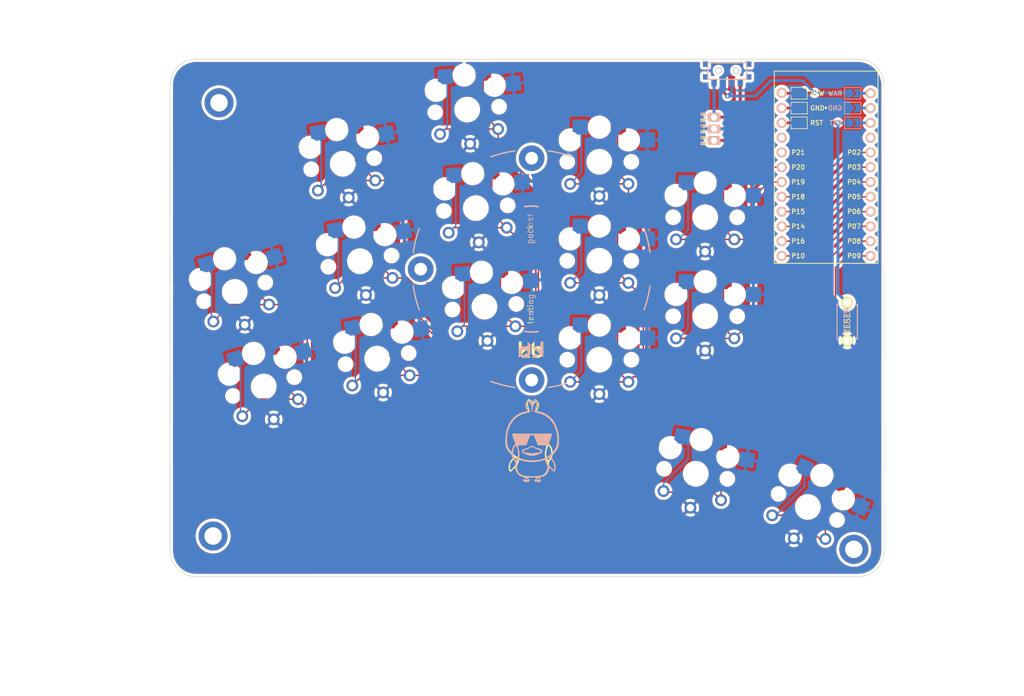
<source format=kicad_pcb>
(kicad_pcb (version 20211014) (generator pcbnew)
  (title_block (title "board") (rev "v1.0.0") (company "Unknown"))
  (layers (0 "F.Cu" signal) (31 "B.Cu" signal) (34 "B.Paste" user) (35 "F.Paste" user) (36 "B.SilkS" user "B.Silkscreen") (37 "F.SilkS" user "F.Silkscreen") (38 "B.Mask" user) (39 "F.Mask" user) (44 "Edge.Cuts" user))
  (net 0 "")
  (net 1 "P6")
  (net 2 "GND")
  (net 3 "P5")
  (net 4 "P4")
  (net 5 "P3")
  (net 6 "P2")
  (net 7 "P18")
  (net 8 "P15")
  (net 9 "P14")
  (net 10 "P16")
  (net 11 "P10")
  (net 12 "P19")
  (net 13 "P20")
  (net 14 "P21")
  (net 15 "P7")
  (net 16 "P8")
  (net 17 "P9")
  (net 18 "RAW")
  (net 19 "RST")
  (net 20 "Braw")
  (footprint "kbd:ResetSW" (layer "F.Cu") (at 157.969791 -77.623254 90)
    (fp_text reference "B1" hide)
    (fp_text value "")
  )
  (footprint "Alaa:choc_hotswap_key" (layer "F.Cu") (at 71.38711 -104.745067 10)
    (fp_text reference "S11" hide)
    (fp_text value "" hide)
  )
  (footprint "Alaa:choc_hotswap_key" (layer "F.Cu") (at 94.221643 -97.114167 5)
    (fp_text reference "S15" hide)
    (fp_text value "" hide)
  )
  (footprint "Alaa:choc_hotswap_key" (layer "F.Cu") (at 115.424791 -88.077254)
    (fp_text reference "S21" hide)
    (fp_text value "" hide)
  )
  (footprint "E73:SPDT_C128955" (layer "F.Cu") (at 137.368406 -120.751838)
    (fp_text reference "T1" hide)
    (fp_text value "" hide)
  )
  (footprint "E73:SPDT_C128955" (layer "F.Cu") (at 137.368406 -120.751838)
    (fp_text reference "T2" hide)
    (fp_text value "" hide)
  )
  (footprint "Alaa:choc_hotswap_key" (layer "F.Cu") (at 133.599495 -95.544491)
    (fp_text reference "S29" hide)
    (fp_text value "" hide)
  )
  (footprint "" (layer "F.Cu") (at 50.146791 -115.215254)
    (fp_text reference "")
    (fp_text value "")
  )
  (footprint "LOGO" (layer "F.Cu") (at 103.819755 -55.859733)
    (fp_text reference "G***" hide)
    (fp_text value "LOGO" hide)
  )
  (footprint "Alaa:choc_hotswap_key" (layer "F.Cu") (at 151.214001 -45.787044 -24)
    (fp_text reference "S33" hide)
    (fp_text value "" hide)
  )
  (footprint "Alaa:choc_hotswap_key" (layer "F.Cu") (at 77.291148 -71.261603 10)
    (fp_text reference "S7" hide)
    (fp_text value "" hide)
  )
  (footprint "lib:bat" (layer "F.Cu") (at 135.109791 -110.738254 -90)
    (fp_text reference "PAD1" hide)
    (fp_text value "" hide)
  )
  (footprint "Alaa:choc_hotswap_key" (layer "F.Cu") (at 52.842259 -82.729963 17)
    (fp_text reference "S5" hide)
    (fp_text value "" hide)
  )
  (footprint "Alaa:choc_hotswap_key" (layer "F.Cu") (at 133.599495 -78.544491)
    (fp_text reference "S27" hide)
    (fp_text value "" hide)
  )
  (footprint "Alaa:choc_hotswap_key" (layer "F.Cu") (at 74.339129 -88.003335 10)
    (fp_text reference "S9" hide)
    (fp_text value "" hide)
  )
  (footprint "Alaa:choc_hotswap_key" (layer "F.Cu") (at 95.703291 -80.178857 5)
    (fp_text reference "S13" hide)
    (fp_text value "" hide)
  )
  (footprint "Alaa:choc_hotswap_key" (layer "F.Cu") (at 92.739996 -114.049477 5)
    (fp_text reference "S17" hide)
    (fp_text value "" hide)
  )
  (footprint "" (layer "F.Cu") (at 49.130791 -40.793254)
    (fp_text reference "")
    (fp_text value "")
  )
  (footprint "Alaa:choc_hotswap_key" (layer "F.Cu") (at 131.975328 -51.485799 -9)
    (fp_text reference "S31" hide)
    (fp_text value "" hide)
  )
  (footprint "ProMicro" (layer "F.Cu") (at 154.357213 -102.872348 -90)
    (fp_text reference "MCU1" hide)
    (fp_text value "" hide)
  )
  (footprint "Alaa:choc_hotswap_key" (layer "F.Cu") (at 57.812578 -66.472782 17)
    (fp_text reference "S3" hide)
    (fp_text value "" hide)
  )
  (footprint "" (layer "F.Cu") (at 159.112791 -38.507254)
    (fp_text reference "")
    (fp_text value "")
  )
  (footprint "Alaa:Tenting_Puck_3_Holes" (layer "F.Cu") (at 103.810924 -86.640254)
    (fp_text reference "REF**")
    (fp_text value "Tenting Puck")
  )
  (footprint "Alaa:choc_hotswap_key" (layer "F.Cu") (at 115.424791 -105.077254)
    (fp_text reference "S23" hide)
    (fp_text value "" hide)
  )
  (footprint "Alaa:choc_hotswap_key" (layer "F.Cu") (at 115.424791 -71.077254)
    (fp_text reference "S19" hide)
    (fp_text value "" hide)
  )
  (footprint "LOGO" (layer "B.Cu") (at 103.98 -55.88 180)
    (fp_text reference "G***" hide)
    (fp_text value "LOGO" hide)
  )
  (gr_line (start 164.316185 -38.254903) (end 164.319791 -118.263254) (layer "Edge.Cuts") (width 0.05))
  (gr_arc (start 46.209791 -33.808254) (mid 43.066701 -35.110164) (end 41.764791 -38.253254) (layer "Edge.Cuts") (width 0.00))
  (gr_arc (start 159.874791 -122.708254) (mid 163.017881 -121.406344) (end 164.319791 -118.263254) (layer "Edge.Cuts") (width 0.00))
  (gr_line (start 46.209791 -33.808254) (end 159.871185 -33.809903) (layer "Edge.Cuts") (width 0.00))
  (gr_line (start 41.761149 -118.266118) (end 41.764791 -38.253254) (layer "Edge.Cuts") (width 0.00))
  (gr_line (start 159.874791 -122.708254) (end 46.206149 -122.711118) (layer "Edge.Cuts") (width 0.00))
  (gr_arc (start 41.761149 -118.266118) (mid 43.063059 -121.409208) (end 46.206149 -122.711118) (layer "Edge.Cuts") (width 0.00))
  (gr_arc (start 164.316185 -38.254903) (mid 163.014275 -35.111813) (end 159.871185 -33.809903) (layer "Edge.Cuts") (width 0.00))
  (segment (start 154.628374 -72.346105) (end 154.048157 -71.765888) (width 0.25) (layer "F.Cu") (net 1))
  (segment (start 65.297412 -69.322588) (end 65.297412 -78.74) (width 0.25) (layer "F.Cu") (net 1))
  (segment (start 119.874808 -60.292774) (end 109.514989 -60.292774) (width 0.25) (layer "F.Cu") (net 1))
  (segment (start 58.734795 -80.557863) (end 52.095465 -80.557863) (width 0.25) (layer "F.Cu") (net 1))
  (segment (start 106.339988 -63.467774) (end 101.640989 -63.467774) (width 0.25) (layer "F.Cu") (net 1))
  (segment (start 89.562066 -72.037521) (end 81.024544 -63.5) (width 0.25) (layer "F.Cu") (net 1))
  (segment (start 54.234545 -89.377494) (end 54.234545 -85.058113) (width 0.25) (layer "F.Cu") (net 1))
  (segment (start 52.095465 -80.557863) (end 49.171748 -77.634146) (width 0.25) (layer "F.Cu") (net 1))
  (segment (start 65.297412 -78.74) (end 63.479549 -80.557863) (width 0.25) (layer "F.Cu") (net 1))
  (segment (start 54.234545 -85.058113) (end 58.734795 -80.557863) (width 0.25) (layer "F.Cu") (net 1))
  (segment (start 157.969791 -96.522348) (end 154.628374 -93.180931) (width 0.25) (layer "F.Cu") (net 1))
  (segment (start 109.514989 -60.292774) (end 106.339988 -63.467774) (width 0.25) (layer "F.Cu") (net 1))
  (segment (start 124.592825 -65.010791) (end 119.874808 -60.292774) (width 0.25) (layer "F.Cu") (net 1))
  (segment (start 71.12 -63.5) (end 65.297412 -69.322588) (width 0.25) (layer "F.Cu") (net 1))
  (segment (start 154.628374 -93.180931) (end 154.628374 -72.346105) (width 0.25) (layer "F.Cu") (net 1))
  (segment (start 147.293059 -65.010791) (end 124.592825 -65.010791) (width 0.25) (layer "F.Cu") (net 1))
  (segment (start 154.628374 -72.346106) (end 154.048157 -71.765888) (width 0.25) (layer "F.Cu") (net 1))
  (segment (start 154.048157 -71.765888) (end 147.293059 -65.010791) (width 0.25) (layer "F.Cu") (net 1))
  (segment (start 81.024544 -63.5) (end 71.12 -63.5) (width 0.25) (layer "F.Cu") (net 1))
  (segment (start 63.479549 -80.557863) (end 58.734795 -80.557863) (width 0.25) (layer "F.Cu") (net 1))
  (segment (start 161.977213 -96.522348) (end 157.969791 -96.522348) (width 0.25) (layer "F.Cu") (net 1))
  (segment (start 101.640989 -63.467774) (end 93.071241 -72.037521) (width 0.25) (layer "F.Cu") (net 1))
  (segment (start 93.071241 -72.037521) (end 89.562066 -72.037521) (width 0.25) (layer "F.Cu") (net 1))
  (segment (start 47.655954 -88.184596) (end 48.856953 -86.983597) (width 0.25) (layer "B.Cu") (net 1))
  (segment (start 48.856953 -86.983597) (end 48.856953 -78.356283) (width 0.25) (layer "B.Cu") (net 1))
  (segment (start 154.256703 -114.302348) (end 150.44369 -114.302348) (width 0.5) (layer "F.Cu") (net 2))
  (segment (start 154.304587 -114.350232) (end 154.256703 -114.302348) (width 0.5) (layer "F.Cu") (net 2))
  (via (at 154.304587 -114.350232) (size 0.8) (drill 0.4) (layers "F.Cu" "B.Cu") (net 2))
  (segment (start 154.329345 -114.325474) (end 154.352471 -114.302348) (width 0.5) (layer "B.Cu") (net 2))
  (segment (start 154.352471 -114.302348) (end 158.19369 -114.302348) (width 0.5) (layer "B.Cu") (net 2))
  (segment (start 85.2764 -68.387574) (end 89.375869 -72.487041) (width 0.25) (layer "F.Cu") (net 3))
  (segment (start 109.701187 -60.742294) (end 119.688611 -60.742294) (width 0.25) (layer "F.Cu") (net 3))
  (segment (start 157.969791 -99.062348) (end 154.159791 -95.252348) (width 0.25) (layer "F.Cu") (net 3))
  (segment (start 154.178854 -72.532303) (end 154.178854 -79.509191) (width 0.25) (layer "F.Cu") (net 3))
  (segment (start 101.827187 -63.917294) (end 106.526186 -63.917294) (width 0.25) (layer "F.Cu") (net 3))
  (segment (start 93.25744 -72.487041) (end 101.827187 -63.917294) (width 0.25) (layer "F.Cu") (net 3))
  (segment (start 124.406628 -65.460311) (end 147.106862 -65.460311) (width 0.25) (layer "F.Cu") (net 3))
  (segment (start 79.483187 -71.779437) (end 82.87505 -68.387574) (width 0.25) (layer "F.Cu") (net 3))
  (segment (start 119.688611 -60.742294) (end 124.406628 -65.460311) (width 0.25) (layer "F.Cu") (net 3))
  (segment (start 82.87505 -68.387574) (end 74.763453 -68.387574) (width 0.25) (layer "F.Cu") (net 3))
  (segment (start 154.159791 -79.528254) (end 154.178854 -79.509191) (width 0.25) (layer "F.Cu") (net 3))
  (segment (start 147.106862 -65.460311) (end 154.178854 -72.532303) (width 0.25) (layer "F.Cu") (net 3))
  (segment (start 79.483187 -77.689907) (end 79.483187 -71.779437) (width 0.25) (layer "F.Cu") (net 3))
  (segment (start 74.763453 -68.387574) (end 73.026972 -66.651093) (width 0.25) (layer "F.Cu") (net 3))
  (segment (start 154.159791 -95.252348) (end 154.159791 -79.528254) (width 0.25) (layer "F.Cu") (net 3))
  (segment (start 106.526186 -63.917294) (end 109.701187 -60.742294) (width 0.25) (layer "F.Cu") (net 3))
  (segment (start 82.87505 -68.387574) (end 85.2764 -68.387574) (width 0.25) (layer "F.Cu") (net 3))
  (segment (start 161.977213 -99.062348) (end 157.969791 -99.062348) (width 0.25) (layer "F.Cu") (net 3))
  (segment (start 89.375869 -72.487041) (end 93.25744 -72.487041) (width 0.25) (layer "F.Cu") (net 3))
  (segment (start 73.59045 -67.214571) (end 73.026972 -66.651093) (width 0.25) (layer "B.Cu") (net 3))
  (segment (start 73.032696 -76.552511) (end 73.59045 -75.994757) (width 0.25) (layer "B.Cu") (net 3))
  (segment (start 73.59045 -75.994757) (end 73.59045 -67.214571) (width 0.25) (layer "B.Cu") (net 3))
  (segment (start 89.382986 -72.936561) (end 84.38648 -77.933067) (width 0.25) (layer "F.Cu") (net 4))
  (segment (start 76.531168 -88.521169) (end 79.923031 -85.129306) (width 0.25) (layer "F.Cu") (net 4))
  (segment (start 84.38648 -82.617802) (end 81.874976 -85.129306) (width 0.25) (layer "F.Cu") (net 4))
  (segment (start 81.874976 -85.129306) (end 79.923031 -85.129306) (width 0.25) (layer "F.Cu") (net 4))
  (segment (start 76.531168 -94.431639) (end 76.531168 -88.521169) (width 0.25) (layer "F.Cu") (net 4))
  (segment (start 109.887385 -61.191814) (end 106.712384 -64.366814) (width 0.25) (layer "F.Cu") (net 4))
  (segment (start 79.923031 -85.129306) (end 71.811434 -85.129306) (width 0.25) (layer "F.Cu") (net 4))
  (segment (start 106.712384 -64.366814) (end 102.013385 -64.366814) (width 0.25) (layer "F.Cu") (net 4))
  (segment (start 124.220427 -65.909831) (end 119.50241 -61.191814) (width 0.25) (layer "F.Cu") (net 4))
  (segment (start 102.013385 -64.366814) (end 93.443638 -72.936561) (width 0.25) (layer "F.Cu") (net 4))
  (segment (start 119.50241 -61.191814) (end 109.887385 -61.191814) (width 0.25) (layer "F.Cu") (net 4))
  (segment (start 161.977213 -101.602348) (end 157.969791 -101.602348) (width 0.25) (layer "F.Cu") (net 4))
  (segment (start 93.443638 -72.936561) (end 89.382986 -72.936561) (width 0.25) (layer "F.Cu") (net 4))
  (segment (start 146.920664 -65.909831) (end 124.220427 -65.909831) (width 0.25) (layer "F.Cu") (net 4))
  (segment (start 71.811434 -85.129306) (end 70.074953 -83.392825) (width 0.25) (layer "F.Cu") (net 4))
  (segment (start 84.38648 -77.933067) (end 84.38648 -82.617802) (width 0.25) (layer "F.Cu") (net 4))
  (segment (start 157.969791 -101.602348) (end 153.698572 -97.331129) (width 0.25) (layer "F.Cu") (net 4))
  (segment (start 153.698572 -97.331129) (end 153.698572 -72.687741) (width 0.25) (layer "F.Cu") (net 4))
  (segment (start 153.698572 -72.687741) (end 146.920664 -65.909831) (width 0.25) (layer "F.Cu") (net 4))
  (segment (start 70.638431 -83.956303) (end 70.074953 -83.392825) (width 0.25) (layer "B.Cu") (net 4))
  (segment (start 70.638431 -92.736489) (end 70.638431 -83.956303) (width 0.25) (layer "B.Cu") (net 4))
  (segment (start 70.080677 -93.294243) (end 70.638431 -92.736489) (width 0.25) (layer "B.Cu") (net 4))
  (segment (start 68.859415 -101.871038) (end 67.122934 -100.134557) (width 0.25) (layer "F.Cu") (net 5))
  (segment (start 161.977213 -104.142348) (end 157.969791 -104.142348) (width 0.25) (layer "F.Cu") (net 5))
  (segment (start 157.969791 -104.142348) (end 153.249052 -99.421609) (width 0.25) (layer "F.Cu") (net 5))
  (segment (start 153.249052 -72.873939) (end 151.57058 -71.195465) (width 0.25) (layer "F.Cu") (net 5))
  (segment (start 110.073583 -61.641334) (end 119.316213 -61.641334) (width 0.25) (layer "F.Cu") (net 5))
  (segment (start 73.579149 -111.173371) (end 73.579149 -105.262901) (width 0.25) (layer "F.Cu") (net 5))
  (segment (start 89.569184 -73.386081) (end 93.629836 -73.386081) (width 0.25) (layer "F.Cu") (net 5))
  (segment (start 119.316213 -61.641334) (end 124.03423 -66.359351) (width 0.25) (layer "F.Cu") (net 5))
  (segment (start 124.03423 -66.359351) (end 146.734466 -66.359351) (width 0.25) (layer "F.Cu") (net 5))
  (segment (start 84.836 -82.804) (end 84.836 -78.119265) (width 0.25) (layer "F.Cu") (net 5))
  (segment (start 146.734466 -66.359351) (end 151.57058 -71.195465) (width 0.25) (layer "F.Cu") (net 5))
  (segment (start 151.57058 -71.195465) (end 153.249052 -72.873938) (width 0.25) (layer "F.Cu") (net 5))
  (segment (start 76.971012 -101.871038) (end 68.859415 -101.871038) (width 0.25) (layer "F.Cu") (net 5))
  (segment (start 81.858703 -85.781297) (end 84.836 -82.804) (width 0.25) (layer "F.Cu") (net 5))
  (segment (start 81.858703 -99.573497) (end 81.858703 -85.781297) (width 0.25) (layer "F.Cu") (net 5))
  (segment (start 84.836 -78.119265) (end 89.569184 -73.386081) (width 0.25) (layer "F.Cu") (net 5))
  (segment (start 76.971012 -101.871038) (end 79.561162 -101.871038) (width 0.25) (layer "F.Cu") (net 5))
  (segment (start 93.629836 -73.386081) (end 102.199583 -64.816334) (width 0.25) (layer "F.Cu") (net 5))
  (segment (start 73.579149 -105.262901) (end 76.971012 -101.871038) (width 0.25) (layer "F.Cu") (net 5))
  (segment (start 102.199583 -64.816334) (end 106.898581 -64.816334) (width 0.25) (layer "F.Cu") (net 5))
  (segment (start 106.898581 -64.816334) (end 110.073583 -61.641334) (width 0.25) (layer "F.Cu") (net 5))
  (segment (start 79.561162 -101.871038) (end 81.858703 -99.573497) (width 0.25) (layer "F.Cu") (net 5))
  (segment (start 153.249052 -99.421609) (end 153.249052 -72.873939) (width 0.25) (layer "F.Cu") (net 5))
  (segment (start 67.686412 -100.698035) (end 67.122934 -100.134557) (width 0.25) (layer "B.Cu") (net 5))
  (segment (start 67.128658 -110.035975) (end 67.686412 -109.478221) (width 0.25) (layer "B.Cu") (net 5))
  (segment (start 67.686412 -109.478221) (end 67.686412 -100.698035) (width 0.25) (layer "B.Cu") (net 5))
  (segment (start 104.07916 -75.594064) (end 102.844128 -76.829096) (width 0.25) (layer "F.Cu") (net 6))
  (segment (start 91.925067 -76.829096) (end 91.053509 -75.957538) (width 0.25) (layer "F.Cu") (net 6))
  (segment (start 152.799532 -101.512089) (end 152.799532 -73.060135) (width 0.25) (layer "F.Cu") (net 6))
  (segment (start 146.548268 -66.808871) (end 123.848033 -66.808871) (width 0.25) (layer "F.Cu") (net 6))
  (segment (start 101.015456 -76.829096) (end 98.447252 -79.3973) (width 0.25) (layer "F.Cu") (net 6))
  (segment (start 98.447252 -79.3973) (end 98.447252 -86.391651) (width 0.25) (layer "F.Cu") (net 6))
  (segment (start 119.130016 -62.090854) (end 110.259781 -62.090854) (width 0.25) (layer "F.Cu") (net 6))
  (segment (start 157.969791 -106.682348) (end 152.799532 -101.512089) (width 0.25) (layer "F.Cu") (net 6))
  (segment (start 110.259781 -62.090854) (end 106.68 -65.670633) (width 0.25) (layer "F.Cu") (net 6))
  (segment (start 104.07916 -73.484347) (end 104.07916 -75.594064) (width 0.25) (layer "F.Cu") (net 6))
  (segment (start 102.844128 -76.829096) (end 101.015456 -76.829096) (width 0.25) (layer "F.Cu") (net 6))
  (segment (start 123.848033 -66.808871) (end 119.130016 -62.090854) (width 0.25) (layer "F.Cu") (net 6))
  (segment (start 161.977213 -106.682348) (end 157.969791 -106.682348) (width 0.25) (layer "F.Cu") (net 6))
  (segment (start 101.015456 -76.829096) (end 91.925067 -76.829096) (width 0.25) (layer "F.Cu") (net 6))
  (segment (start 106.68 -65.670633) (end 106.68 -70.883507) (width 0.25) (layer "F.Cu") (net 6))
  (segment (start 106.68 -70.883507) (end 104.07916 -73.484347) (width 0.25) (layer "F.Cu") (net 6))
  (segment (start 152.799532 -73.060135) (end 146.548268 -66.808871) (width 0.25) (layer "F.Cu") (net 6))
  (segment (start 92.270004 -77.174033) (end 91.053509 -75.957538) (width 0.25) (layer "B.Cu") (net 6))
  (segment (start 91.922177 -85.82078) (end 92.270004 -85.472953) (width 0.25) (layer "B.Cu") (net 6))
  (segment (start 92.270004 -85.472953) (end 92.270004 -77.174033) (width 0.25) (layer "B.Cu") (net 6))
  (segment (start 104.52868 -88.769534) (end 99.533808 -93.764406) (width 0.25) (layer "F.Cu") (net 7))
  (segment (start 146.36207 -67.258391) (end 123.661836 -67.258391) (width 0.25) (layer "F.Cu") (net 7))
  (segment (start 99.533808 -93.764406) (end 90.443419 -93.764406) (width 0.25) (layer "F.Cu") (net 7))
  (segment (start 96.965604 -96.33261) (end 99.533808 -93.764406) (width 0.25) (layer "F.Cu") (net 7))
  (segment (start 149.079791 -99.062348) (end 152.350012 -95.792127) (width 0.25) (layer "F.Cu") (net 7))
  (segment (start 123.661836 -67.258391) (end 118.943819 -62.540374) (width 0.25) (layer "F.Cu") (net 7))
  (segment (start 152.350012 -95.792127) (end 152.350012 -73.246333) (width 0.25) (layer "F.Cu") (net 7))
  (segment (start 107.12952 -71.069704) (end 104.52868 -73.670546) (width 0.25) (layer "F.Cu") (net 7))
  (segment (start 152.350012 -73.246333) (end 146.36207 -67.258391) (width 0.25) (layer "F.Cu") (net 7))
  (segment (start 96.965604 -103.326961) (end 96.965604 -96.33261) (width 0.25) (layer "F.Cu") (net 7))
  (segment (start 146.737213 -99.062348) (end 149.079791 -99.062348) (width 0.25) (layer "F.Cu") (net 7))
  (segment (start 90.443419 -93.764406) (end 89.571861 -92.892848) (width 0.25) (layer "F.Cu") (net 7))
  (segment (start 107.12952 -65.856833) (end 107.12952 -71.069704) (width 0.25) (layer "F.Cu") (net 7))
  (segment (start 110.445979 -62.540374) (end 107.12952 -65.856833) (width 0.25) (layer "F.Cu") (net 7))
  (segment (start 104.52868 -73.670546) (end 104.52868 -88.769534) (width 0.25) (layer "F.Cu") (net 7))
  (segment (start 118.943819 -62.540374) (end 110.445979 -62.540374) (width 0.25) (layer "F.Cu") (net 7))
  (segment (start 90.788356 -94.109343) (end 89.571861 -92.892848) (width 0.25) (layer "B.Cu") (net 7))
  (segment (start 90.440529 -102.75609) (end 90.788356 -102.408263) (width 0.25) (layer "B.Cu") (net 7))
  (segment (start 90.788356 -102.408263) (end 90.788356 -94.109343) (width 0.25) (layer "B.Cu") (net 7))
  (segment (start 104.9782 -73.856744) (end 104.9782 -100.61575) (width 0.25) (layer "F.Cu") (net 8))
  (segment (start 104.9782 -100.61575) (end 98.052161 -107.541789) (width 0.25) (layer "F.Cu") (net 8))
  (segment (start 107.57904 -66.043031) (end 107.57904 -71.255902) (width 0.25) (layer "F.Cu") (net 8))
  (segment (start 95.483957 -120.262271) (end 95.483957 -113.26792) (width 0.25) (layer "F.Cu") (net 8))
  (segment (start 110.632177 -62.989894) (end 107.57904 -66.043031) (width 0.25) (layer "F.Cu") (net 8))
  (segment (start 118.757622 -62.989894) (end 110.632177 -62.989894) (width 0.25) (layer "F.Cu") (net 8))
  (segment (start 88.961772 -110.699716) (end 88.090214 -109.828158) (width 0.25) (layer "F.Cu") (net 8))
  (segment (start 123.475639 -67.707911) (end 118.757622 -62.989894) (width 0.25) (layer "F.Cu") (net 8))
  (segment (start 151.900492 -73.432531) (end 146.175872 -67.707911) (width 0.25) (layer "F.Cu") (net 8))
  (segment (start 146.175872 -67.707911) (end 123.475639 -67.707911) (width 0.25) (layer "F.Cu") (net 8))
  (segment (start 98.052161 -107.541789) (end 98.052161 -110.699716) (width 0.25) (layer "F.Cu") (net 8))
  (segment (start 98.052161 -110.699716) (end 88.961772 -110.699716) (width 0.25) (layer "F.Cu") (net 8))
  (segment (start 151.900492 -93.701647) (end 151.900492 -73.432531) (width 0.25) (layer "F.Cu") (net 8))
  (segment (start 146.737213 -96.522348) (end 149.079791 -96.522348) (width 0.25) (layer "F.Cu") (net 8))
  (segment (start 95.483957 -113.26792) (end 98.052161 -110.699716) (width 0.25) (layer "F.Cu") (net 8))
  (segment (start 149.079791 -96.522348) (end 151.900492 -93.701647) (width 0.25) (layer "F.Cu") (net 8))
  (segment (start 107.57904 -71.255902) (end 104.9782 -73.856744) (width 0.25) (layer "F.Cu") (net 8))
  (segment (start 89.306709 -111.044653) (end 88.090214 -109.828158) (width 0.25) (layer "B.Cu") (net 8))
  (segment (start 89.306709 -119.343573) (end 89.306709 -111.044653) (width 0.25) (layer "B.Cu") (net 8))
  (segment (start 88.958882 -119.6914) (end 89.306709 -119.343573) (width 0.25) (layer "B.Cu") (net 8))
  (segment (start 151.450972 -90.722167) (end 151.450972 -73.618729) (width 0.25) (layer "F.Cu") (net 9))
  (segment (start 120.424791 -67.277254) (end 110.424791 -67.277254) (width 0.25) (layer "F.Cu") (net 9))
  (segment (start 118.55027 -76.877733) (end 118.55027 -69.151775) (width 0.25) (layer "F.Cu") (net 9))
  (segment (start 145.989674 -68.157431) (end 121.304968 -68.157431) (width 0.25) (layer "F.Cu") (net 9))
  (segment (start 148.190791 -93.982348) (end 151.450972 -90.722167) (width 0.25) (layer "F.Cu") (net 9))
  (segment (start 118.55027 -69.151775) (end 120.424791 -67.277254) (width 0.25) (layer "F.Cu") (net 9))
  (segment (start 151.450972 -73.618729) (end 145.989674 -68.157431) (width 0.25) (layer "F.Cu") (net 9))
  (segment (start 146.737213 -93.982348) (end 148.190791 -93.982348) (width 0.25) (layer "F.Cu") (net 9))
  (segment (start 121.304968 -68.157431) (end 120.424791 -67.277254) (width 0.25) (layer "F.Cu") (net 9))
  (segment (start 118.699791 -77.027254) (end 118.55027 -76.877733) (width 0.25) (layer "F.Cu") (net 9))
  (segment (start 112.299312 -77.420712) (end 112.299312 -69.151775) (width 0.25) (layer "B.Cu") (net 9))
  (segment (start 112.299312 -69.151775) (end 110.424791 -67.277254) (width 0.25) (layer "B.Cu") (net 9))
  (segment (start 118.55027 -86.151775) (end 120.424791 -84.277254) (width 0.25) (layer "F.Cu") (net 10))
  (segment (start 146.737213 -91.442348) (end 149.079791 -91.442348) (width 0.25) (layer "F.Cu") (net 10))
  (segment (start 110.424791 -84.277254) (end 120.424791 -84.277254) (width 0.25) (layer "F.Cu") (net 10))
  (segment (start 122.966194 -81.735851) (end 122.966194 -69.25978) (width 0.25) (layer "F.Cu") (net 10))
  (segment (start 118.55027 -93.877733) (end 118.55027 -86.151775) (width 0.25) (layer "F.Cu") (net 10))
  (segment (start 151.001452 -73.804927) (end 150.489285 -73.29276) (width 0.25) (layer "F.Cu") (net 10))
  (segment (start 120.424791 -84.277254) (end 122.966194 -81.735851) (width 0.25) (layer "F.Cu") (net 10))
  (segment (start 150.489285 -73.29276) (end 151.001452 -73.804926) (width 0.25) (layer "F.Cu") (net 10))
  (segment (start 151.001452 -89.520687) (end 151.001452 -73.804927) (width 0.25) (layer "F.Cu") (net 10))
  (segment (start 123.607665 -68.61831) (end 145.814835 -68.61831) (width 0.25) (layer "F.Cu") (net 10))
  (segment (start 149.079791 -91.442348) (end 151.001452 -89.520687) (width 0.25) (layer "F.Cu") (net 10))
  (segment (start 145.814835 -68.61831) (end 150.489285 -73.29276) (width 0.25) (layer "F.Cu") (net 10))
  (segment (start 118.699791 -94.027254) (end 118.55027 -93.877733) (width 0.25) (layer "F.Cu") (net 10))
  (segment (start 122.966194 -69.25978) (end 123.607665 -68.61831) (width 0.25) (layer "F.Cu") (net 10))
  (segment (start 112.299312 -94.420712) (end 112.299312 -86.151775) (width 0.25) (layer "B.Cu") (net 10))
  (segment (start 112.299312 -86.151775) (end 110.424791 -84.277254) (width 0.25) (layer "B.Cu") (net 10))
  (segment (start 150.551932 -73.991124) (end 145.628638 -69.06783) (width 0.25) (layer "F.Cu") (net 11))
  (segment (start 123.793862 -69.06783) (end 123.415714 -69.445978) (width 0.25) (layer "F.Cu") (net 11))
  (segment (start 150.551932 -87.430207) (end 150.551932 -73.991124) (width 0.25) (layer "F.Cu") (net 11))
  (segment (start 123.415714 -69.445978) (end 123.415714 -95.540331) (width 0.25) (layer "F.Cu") (net 11))
  (segment (start 146.737213 -88.902348) (end 149.079791 -88.902348) (width 0.25) (layer "F.Cu") (net 11))
  (segment (start 145.628638 -69.06783) (end 123.793862 -69.06783) (width 0.25) (layer "F.Cu") (net 11))
  (segment (start 118.55027 -110.877733) (end 118.55027 -103.151775) (width 0.25) (layer "F.Cu") (net 11))
  (segment (start 120.424791 -98.531254) (end 120.424791 -101.277254) (width 0.25) (layer "F.Cu") (net 11))
  (segment (start 149.079791 -88.902348) (end 150.551932 -87.430207) (width 0.25) (layer "F.Cu") (net 11))
  (segment (start 120.424791 -101.277254) (end 110.424791 -101.277254) (width 0.25) (layer "F.Cu") (net 11))
  (segment (start 118.699791 -111.027254) (end 118.55027 -110.877733) (width 0.25) (layer "F.Cu") (net 11))
  (segment (start 123.415714 -95.540331) (end 120.424791 -98.531254) (width 0.25) (layer "F.Cu") (net 11))
  (segment (start 118.55027 -103.151775) (end 120.424791 -101.277254) (width 0.25) (layer "F.Cu") (net 11))
  (segment (start 112.299312 -103.151775) (end 110.424791 -101.277254) (width 0.25) (layer "B.Cu") (net 11))
  (segment (start 112.299312 -111.420712) (end 112.299312 -103.151775) (width 0.25) (layer "B.Cu") (net 11))
  (segment (start 136.724974 -76.619012) (end 136.724974 -84.34497) (width 0.25) (layer "F.Cu") (net 12))
  (segment (start 141.922106 -78.067102) (end 141.922106 -99.040569) (width 0.25) (layer "F.Cu") (net 12))
  (segment (start 144.483885 -101.602348) (end 146.737213 -101.602348) (width 0.25) (layer "F.Cu") (net 12))
  (segment (start 141.922106 -99.040569) (end 144.483885 -101.602348) (width 0.25) (layer "F.Cu") (net 12))
  (segment (start 138.599495 -74.744491) (end 136.724974 -76.619012) (width 0.25) (layer "F.Cu") (net 12))
  (segment (start 136.724974 -84.34497) (end 136.874495 -84.494491) (width 0.25) (layer "F.Cu") (net 12))
  (segment (start 128.599495 -74.744491) (end 138.599495 -74.744491) (width 0.25) (layer "F.Cu") (net 12))
  (segment (start 138.599495 -74.744491) (end 141.922106 -78.067102) (width 0.25) (layer "F.Cu") (net 12))
  (segment (start 130.654161 -76.367747) (end 128.45992 -74.173506) (width 0.25) (layer "B.Cu") (net 12))
  (segment (start 130.654161 -83.454265) (end 130.654161 -76.367747) (width 0.25) (layer "B.Cu") (net 12))
  (segment (start 130.18492 -83.923506) (end 130.654161 -83.454265) (width 0.25) (layer "B.Cu") (net 12))
  (segment (start 136.724974 -93.619012) (end 136.724974 -101.34497) (width 0.25) (layer "F.Cu") (net 13))
  (segment (start 144.483885 -104.142348) (end 146.737213 -104.142348) (width 0.25) (layer "F.Cu") (net 13))
  (segment (start 136.724974 -101.34497) (end 136.874495 -101.494491) (width 0.25) (layer "F.Cu") (net 13))
  (segment (start 138.599495 -91.744491) (end 136.724974 -93.619012) (width 0.25) (layer "F.Cu") (net 13))
  (segment (start 138.599495 -91.744491) (end 140.309764 -91.744491) (width 0.25) (layer "F.Cu") (net 13))
  (segment (start 140.309764 -91.744491) (end 141.472586 -92.907313) (width 0.25) (layer "F.Cu") (net 13))
  (segment (start 141.472586 -92.907313) (end 141.472586 -101.131049) (width 0.25) (layer "F.Cu") (net 13))
  (segment (start 141.472586 -101.131049) (end 144.483885 -104.142348) (width 0.25) (layer "F.Cu") (net 13))
  (segment (start 128.599495 -91.744491) (end 138.599495 -91.744491) (width 0.25) (layer "F.Cu") (net 13))
  (segment (start 130.654161 -100.454265) (end 130.654161 -93.367747) (width 0.25) (layer "B.Cu") (net 13))
  (segment (start 129.030905 -91.744491) (end 128.599495 -91.744491) (width 0.25) (layer "B.Cu") (net 13))
  (segment (start 130.654161 -93.367747) (end 129.030905 -91.744491) (width 0.25) (layer "B.Cu") (net 13))
  (segment (start 130.18492 -100.923506) (end 130.654161 -100.454265) (width 0.25) (layer "B.Cu") (net 13))
  (segment (start 157.969791 -93.982348) (end 155.077894 -91.090451) (width 0.25) (layer "F.Cu") (net 15))
  (segment (start 89.748263 -71.588001) (end 81.210741 -63.05048) (width 0.25) (layer "F.Cu") (net 15))
  (segment (start 92.885044 -71.588001) (end 89.748263 -71.588001) (width 0.25) (layer "F.Cu") (net 15))
  (segment (start 59.204864 -68.800932) (end 63.705114 -64.300682) (width 0.25) (layer "F.Cu") (net 15))
  (segment (start 155.077894 -72.159908) (end 154.620015 -71.70203) (width 0.25) (layer "F.Cu") (net 15))
  (segment (start 155.077894 -72.159909) (end 154.620015 -71.70203) (width 0.25) (layer "F.Cu") (net 15))
  (segment (start 154.620015 -71.70203) (end 147.479256 -64.561271) (width 0.25) (layer "F.Cu") (net 15))
  (segment (start 147.479256 -64.561271) (end 124.779023 -64.561271) (width 0.25) (layer "F.Cu") (net 15))
  (segment (start 109.328791 -59.843254) (end 106.153791 -63.018254) (width 0.25) (layer "F.Cu") (net 15))
  (segment (start 120.061006 -59.843254) (end 109.328791 -59.843254) (width 0.25) (layer "F.Cu") (net 15))
  (segment (start 161.977213 -93.982348) (end 157.969791 -93.982348) (width 0.25) (layer "F.Cu") (net 15))
  (segment (start 101.454791 -63.018254) (end 92.885044 -71.588001) (width 0.25) (layer "F.Cu") (net 15))
  (segment (start 63.705114 -64.300682) (end 57.065784 -64.300682) (width 0.25) (layer "F.Cu") (net 15))
  (segment (start 64.955316 -63.05048) (end 63.705114 -64.300682) (width 0.25) (layer "F.Cu") (net 15))
  (segment (start 155.077894 -91.090451) (end 155.077894 -72.159909) (width 0.25) (layer "F.Cu") (net 15))
  (segment (start 57.065784 -64.300682) (end 54.142067 -61.376965) (width 0.25) (layer "F.Cu") (net 15))
  (segment (start 124.779023 -64.561271) (end 120.061006 -59.843254) (width 0.25) (layer "F.Cu") (net 15))
  (segment (start 81.210741 -63.05048) (end 64.955316 -63.05048) (width 0.25) (layer "F.Cu") (net 15))
  (segment (start 59.204864 -73.120313) (end 59.204864 -68.800932) (width 0.25) (layer "F.Cu") (net 15))
  (segment (start 106.153791 -63.018254) (end 101.454791 -63.018254) (width 0.25) (layer "F.Cu") (net 15))
  (segment (start 52.626273 -71.927415) (end 53.827272 -70.726416) (width 0.25) (layer "B.Cu") (net 15))
  (segment (start 53.827272 -70.726416) (end 53.827272 -62.099102) (width 0.25) (layer "B.Cu") (net 15))
  (segment (start 155.527414 -71.97371) (end 155.191874 -71.638171) (width 0.25) (layer "F.Cu") (net 16))
  (segment (start 161.977213 -91.442348) (end 157.969791 -91.442348) (width 0.25) (layer "F.Cu") (net 16))
  (segment (start 136.339001 -56.048429) (end 134.942686 -54.652114) (width 0.25) (layer "F.Cu") (net 16))
  (segment (start 147.665453 -64.111751) (end 137.981288 -64.111751) (width 0.25) (layer "F.Cu") (net 16))
  (segment (start 137.140791 -63.271254) (end 137.140791 -56.850221) (width 0.25) (layer "F.Cu") (net 16))
  (segment (start 134.942686 -48.327044) (end 126.630147 -48.327044) (width 0.25) (layer "F.Cu") (net 16))
  (segment (start 155.527414 -71.973711) (end 155.191874 -71.638171) (width 0.25) (layer "F.Cu") (net 16))
  (segment (start 134.942686 -49.977359) (end 136.319319 -48.600726) (width 0.25) (layer "F.Cu") (net 16))
  (segment (start 136.319319 -46.950411) (end 134.942686 -48.327044) (width 0.25) (layer "F.Cu") (net 16))
  (segment (start 155.527414 -88.999971) (end 155.527414 -71.973711) (width 0.25) (layer "F.Cu") (net 16))
  (segment (start 136.319319 -48.600726) (end 136.319319 -46.950411) (width 0.25) (layer "F.Cu") (net 16))
  (segment (start 134.942686 -54.652114) (end 134.942686 -49.977359) (width 0.25) (layer "F.Cu") (net 16))
  (segment (start 137.981288 -64.111751) (end 137.140791 -63.271254) (width 0.25) (layer "F.Cu") (net 16))
  (segment (start 155.191874 -71.638171) (end 147.665453 -64.111751) (width 0.25) (layer "F.Cu") (net 16))
  (segment (start 157.969791 -91.442348) (end 155.527414 -88.999971) (width 0.25) (layer "F.Cu") (net 16))
  (segment (start 130.671434 -54.007897) (end 126.442435 -49.778898) (width 0.25) (layer "B.Cu") (net 16))
  (segment (start 126.442435 -49.778898) (end 126.442435 -48.514756) (width 0.25) (layer "B.Cu") (net 16))
  (segment (start 130.671434 -56.874867) (end 130.671434 -54.007897) (width 0.25) (layer "B.Cu") (net 16))
  (segment (start 129.671433 -57.874868) (end 130.671434 -56.874867) (width 0.25) (layer "B.Cu") (net 16))
  (segment (start 155.976934 -86.909491) (end 155.976934 -50.539586) (width 0.25) (layer "F.Cu") (net 17))
  (segment (start 155.976934 -50.539586) (end 156.625944 -49.890576) (width 0.25) (layer "F.Cu") (net 17))
  (segment (start 154.236129 -47.500761) (end 154.236129 -41.281888) (width 0.25) (layer "F.Cu") (net 17))
  (segment (start 153.274157 -40.281888) (end 149.206791 -44.349254) (width 0.25) (layer "F.Cu") (net 17))
  (segment (start 149.206791 -44.349254) (end 146.100675 -44.349254) (width 0.25) (layer "F.Cu") (net 17))
  (segment (start 161.977213 -88.902348) (end 157.969791 -88.902348) (width 0.25) (layer "F.Cu") (net 17))
  (segment (start 156.625945 -49.890577) (end 154.236129 -47.500761) (width 0.25) (layer "F.Cu") (net 17))
  (segment (start 157.969791 -88.902348) (end 155.976934 -86.909491) (width 0.25) (layer "F.Cu") (net 17))
  (segment (start 154.236129 -40.281888) (end 153.274157 -40.281888) (width 0.25) (layer "F.Cu") (net 17))
  (segment (start 150.642222 -49.295265) (end 146.100675 -44.753718) (width 0.25) (layer "B.Cu") (net 17))
  (segment (start 150.642222 -52.554702) (end 150.642222 -49.295265) (width 0.25) (layer "B.Cu") (net 17))
  (segment (start 146.100675 -44.753718) (end 146.100675 -44.349254) (width 0.25) (layer "B.Cu") (net 17))
  (segment (start 152.372041 -116.88499) (end 150.419502 -116.88499) (width 0.5) (layer "F.Cu") (net 18))
  (segment (start 136.618406 -117.166566) (end 137.420433 -116.364539) (width 0.5) (layer "F.Cu") (net 18))
  (segment (start 152.4 -116.912949) (end 152.372041 -116.88499) (width 0.5) (layer "F.Cu") (net 18))
  (segment (start 136.618406 -118.676838) (end 136.618406 -117.166566) (width 0.5) (layer "F.Cu") (net 18))
  (via (at 152.4 -116.912949) (size 0.8) (drill 0.4) (layers "F.Cu" "B.Cu") (net 18))
  (via (at 137.420433 -116.364539) (size 0.8) (drill 0.4) (layers "F.Cu" "B.Cu") (net 18))
  (segment (start 158.19369 -116.842348) (end 158.123089 -116.912949) (width 0.5) (layer "B.Cu") (net 18))
  (segment (start 142.228076 -116.364539) (end 144.888791 -119.025254) (width 0.5) (layer "B.Cu") (net 18))
  (segment (start 158.123089 -116.912949) (end 152.4 -116.912949) (width 0.5) (layer "B.Cu") (net 18))
  (segment (start 138.169791 -117.113928) (end 137.471818 -116.415955) (width 0.5) (layer "B.Cu") (net 18))
  (segment (start 138.169791 -118.728254) (end 138.169791 -117.113928) (width 0.5) (layer "B.Cu") (net 18))
  (segment (start 144.888791 -119.025254) (end 150.287695 -119.025254) (width 0.5) (layer "B.Cu") (net 18))
  (segment (start 137.420433 -116.364539) (end 142.228076 -116.364539) (width 0.5) (layer "B.Cu") (net 18))
  (segment (start 150.287695 -119.025254) (end 152.4 -116.912949) (width 0.5) (layer "B.Cu") (net 18))
  (segment (start 150.466332 -111.78499) (end 150.44369 -111.762348) (width 0.5) (layer "F.Cu") (net 19))
  (segment (start 156.389782 -111.806152) (end 156.36862 -111.78499) (width 0.5) (layer "F.Cu") (net 19))
  (segment (start 156.36862 -111.78499) (end 150.466332 -111.78499) (width 0.5) (layer "F.Cu") (net 19))
  (via (at 156.389782 -111.806152) (size 0.8) (drill 0.4) (layers "F.Cu" "B.Cu") (net 19))
  (segment (start 156.389782 -82.453263) (end 157.969791 -80.873254) (width 0.5) (layer "B.Cu") (net 19))
  (segment (start 156.389782 -111.806152) (end 156.389782 -82.453263) (width 0.5) (layer "B.Cu") (net 19))
  (segment (start 156.433586 -111.762348) (end 158.19369 -111.762348) (width 0.5) (layer "B.Cu") (net 19))
  (segment (start 156.389782 -111.806152) (end 156.433586 -111.762348) (width 0.5) (layer "B.Cu") (net 19))
  (segment (start 138.231091 -112.738254) (end 135.109791 -112.738254) (width 0.5) (layer "F.Cu") (net 20))
  (segment (start 137.649791 -108.738254) (end 135.109791 -108.738254) (width 0.5) (layer "F.Cu") (net 20))
  (segment (start 139.618406 -110.706869) (end 137.649791 -108.738254) (width 0.5) (layer "F.Cu") (net 20))
  (segment (start 139.618406 -114.125569) (end 138.231091 -112.738254) (width 0.5) (layer "F.Cu") (net 20))
  (segment (start 139.618406 -118.676838) (end 139.618406 -114.125569) (width 0.5) (layer "F.Cu") (net 20))
  (segment (start 139.618406 -118.676838) (end 139.618406 -110.706869) (width 0.5) (layer "F.Cu") (net 20))
  (segment (start 135.118406 -112.746869) (end 135.109791 -112.738254) (width 0.5) (layer "B.Cu") (net 20))
  (segment (start 135.118406 -118.676838) (end 135.118406 -112.746869) (width 0.5) (layer "B.Cu") (net 20))
  (zone (net 2) (net_name "GND") (layer "F.Cu") (connect_pads (clearance 0.508)) (min_thickness 0.254) (fill yes (thermal_gap 0.508) (thermal_bridge_width 0.508) (island_removal_mode 1) (island_area_min 0))
    (polygon (pts (xy 176.511791 -127.788254) (xy 176.765791 -127.788254) (xy 175.495791 -28.601254) (xy 22.333791 -27.331254) (xy 24.619791 -130.201254)))
  )
  (zone locked (net 2) (net_name "GND") (layer "B.Cu") (connect_pads (clearance 0.508)) (min_thickness 0.254) (fill yes (thermal_gap 0.508) (thermal_bridge_width 0.508))
    (polygon (pts (xy 185.274791 -132.868254) (xy 188.341 -13.2842) (xy 15.094791 -16.028254) (xy 12.554791 -132.868254) (xy 86.7918 -132.868254)))
  )
)
</source>
